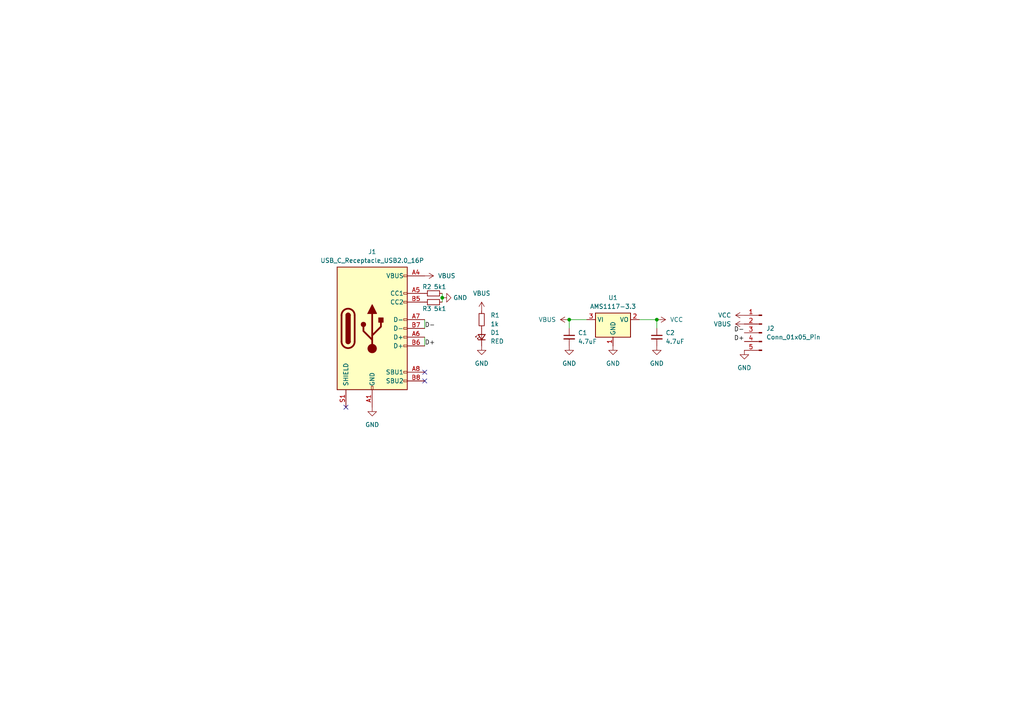
<source format=kicad_sch>
(kicad_sch (version 20230121) (generator eeschema)
  (paper "A4")
  (title_block (title "USBC-LDO-0010") (date "2024-02-11") (rev "1.0") (company "(c) Andriy Golovnya") (comment 1 "USB Type-C based board with LDO") (comment 2 "Designed in Germany"))
  (lib_symbols
    (symbol "Connector:Conn_01x05_Pin" (pin_names (offset 1.016) hide)
      (property "Reference" "J" (at 0 7.62 0))
      (property "Value" "Conn_01x05_Pin" (at 0 -7.62 0))
      (symbol "Conn_01x05_Pin_1_1"
        (polyline (pts (xy 1.27 -5.08) (xy 0.8636 -5.08)) (stroke (width 0.1524)))
        (polyline (pts (xy 1.27 -2.54) (xy 0.8636 -2.54)) (stroke (width 0.1524)))
        (polyline (pts (xy 1.27 0) (xy 0.8636 0)) (stroke (width 0.1524)))
        (polyline (pts (xy 1.27 2.54) (xy 0.8636 2.54)) (stroke (width 0.1524)))
        (polyline (pts (xy 1.27 5.08) (xy 0.8636 5.08)) (stroke (width 0.1524)))
        (rectangle (start 0.8636 -4.953) (end 0 -5.207) (stroke (width 0.1524)) (fill (type outline)))
        (rectangle (start 0.8636 -2.413) (end 0 -2.667) (stroke (width 0.1524)) (fill (type outline)))
        (rectangle (start 0.8636 0.127) (end 0 -0.127) (stroke (width 0.1524)) (fill (type outline)))
        (rectangle (start 0.8636 2.667) (end 0 2.413) (stroke (width 0.1524)) (fill (type outline)))
        (rectangle (start 0.8636 5.207) (end 0 4.953) (stroke (width 0.1524)) (fill (type outline)))
        (pin passive line (at 5.08 5.08 180) (length 3.81) (name "Pin_1") (number "1"))
        (pin passive line (at 5.08 2.54 180) (length 3.81) (name "Pin_2") (number "2"))
        (pin passive line (at 5.08 0 180) (length 3.81) (name "Pin_3") (number "3"))
        (pin passive line (at 5.08 -2.54 180) (length 3.81) (name "Pin_4") (number "4"))
        (pin passive line (at 5.08 -5.08 180) (length 3.81) (name "Pin_5") (number "5"))
      )
    )
    (symbol "Connector:USB_C_Receptacle_USB2.0_16P" (pin_names (offset 1.016))
      (property "Reference" "J" (at 0 22.225 0))
      (property "Value" "USB_C_Receptacle_USB2.0_16P" (at 0 19.685 0))
      (symbol "USB_C_Receptacle_USB2.0_16P_0_0"
        (rectangle (start -0.254 -17.78) (end 0.254 -16.764))
        (rectangle (start 10.16 -14.986) (end 9.144 -15.494))
        (rectangle (start 10.16 -12.446) (end 9.144 -12.954))
        (rectangle (start 10.16 -4.826) (end 9.144 -5.334))
        (rectangle (start 10.16 -2.286) (end 9.144 -2.794))
        (rectangle (start 10.16 0.254) (end 9.144 -0.254))
        (rectangle (start 10.16 2.794) (end 9.144 2.286))
        (rectangle (start 10.16 7.874) (end 9.144 7.366))
        (rectangle (start 10.16 10.414) (end 9.144 9.906))
        (rectangle (start 10.16 15.494) (end 9.144 14.986))
      )
      (symbol "USB_C_Receptacle_USB2.0_16P_0_1"
        (rectangle (start -10.16 17.78) (end 10.16 -17.78) (stroke (width 0.254)) (fill (type background)))
        (arc (start -8.89 -3.81) (mid -6.985 -5.7067) (end -5.08 -3.81) (stroke (width 0.508)))
        (arc (start -7.62 -3.81) (mid -6.985 -4.4423) (end -6.35 -3.81) (stroke (width 0.254)))
        (arc (start -7.62 -3.81) (mid -6.985 -4.4423) (end -6.35 -3.81) (stroke (width 0.254)) (fill (type outline)))
        (rectangle (start -7.62 -3.81) (end -6.35 3.81) (stroke (width 0.254)) (fill (type outline)))
        (arc (start -6.35 3.81) (mid -6.985 4.4423) (end -7.62 3.81) (stroke (width 0.254)))
        (arc (start -6.35 3.81) (mid -6.985 4.4423) (end -7.62 3.81) (stroke (width 0.254)) (fill (type outline)))
        (arc (start -5.08 3.81) (mid -6.985 5.7067) (end -8.89 3.81) (stroke (width 0.508)))
        (circle (center -2.54 1.143) (radius 0.635) (stroke (width 0.254)) (fill (type outline)))
        (circle (center 0 -5.842) (radius 1.27) (fill (type outline)))
        (polyline (pts (xy -8.89 -3.81) (xy -8.89 3.81)) (stroke (width 0.508)))
        (polyline (pts (xy -5.08 3.81) (xy -5.08 -3.81)) (stroke (width 0.508)))
        (polyline (pts (xy 0 -5.842) (xy 0 4.318)) (stroke (width 0.508)))
        (polyline (pts (xy 0 -3.302) (xy -2.54 -0.762) (xy -2.54 0.508)) (stroke (width 0.508)))
        (polyline (pts (xy 0 -2.032) (xy 2.54 0.508) (xy 2.54 1.778)) (stroke (width 0.508)))
        (polyline (pts (xy -1.27 4.318) (xy 0 6.858) (xy 1.27 4.318) (xy -1.27 4.318)) (stroke (width 0.254)) (fill (type outline)))
        (rectangle (start 1.905 1.778) (end 3.175 3.048) (stroke (width 0.254)) (fill (type outline)))
      )
      (symbol "USB_C_Receptacle_USB2.0_16P_1_1"
        (pin passive line (at 0 -22.86 90) (length 5.08) (name "GND") (number "A1"))
        (pin passive line (at 0 -22.86 90) (length 5.08) hide (name "GND") (number "A12"))
        (pin passive line (at 15.24 15.24 180) (length 5.08) (name "VBUS") (number "A4"))
        (pin bidirectional line (at 15.24 10.16 180) (length 5.08) (name "CC1") (number "A5"))
        (pin bidirectional line (at 15.24 -2.54 180) (length 5.08) (name "D+") (number "A6"))
        (pin bidirectional line (at 15.24 2.54 180) (length 5.08) (name "D-") (number "A7"))
        (pin bidirectional line (at 15.24 -12.7 180) (length 5.08) (name "SBU1") (number "A8"))
        (pin passive line (at 15.24 15.24 180) (length 5.08) hide (name "VBUS") (number "A9"))
        (pin passive line (at 0 -22.86 90) (length 5.08) hide (name "GND") (number "B1"))
        (pin passive line (at 0 -22.86 90) (length 5.08) hide (name "GND") (number "B12"))
        (pin passive line (at 15.24 15.24 180) (length 5.08) hide (name "VBUS") (number "B4"))
        (pin bidirectional line (at 15.24 7.62 180) (length 5.08) (name "CC2") (number "B5"))
        (pin bidirectional line (at 15.24 -5.08 180) (length 5.08) (name "D+") (number "B6"))
        (pin bidirectional line (at 15.24 0 180) (length 5.08) (name "D-") (number "B7"))
        (pin bidirectional line (at 15.24 -15.24 180) (length 5.08) (name "SBU2") (number "B8"))
        (pin passive line (at 15.24 15.24 180) (length 5.08) hide (name "VBUS") (number "B9"))
        (pin passive line (at -7.62 -22.86 90) (length 5.08) (name "SHIELD") (number "S1"))
      )
    )
    (symbol "Device:C_Small" (pin_numbers hide) (pin_names (offset 0.254) hide)
      (property "Reference" "C" (at 0.254 1.778 0))
      (property "Value" "C_Small" (at 0.254 -2.032 0))
      (symbol "C_Small_0_1"
        (polyline (pts (xy -1.524 -0.508) (xy 1.524 -0.508)) (stroke (width 0.3302)))
        (polyline (pts (xy -1.524 0.508) (xy 1.524 0.508)) (stroke (width 0.3048)))
      )
      (symbol "C_Small_1_1"
        (pin passive line (at 0 2.54 270) (length 2.032) (name "~") (number "1"))
        (pin passive line (at 0 -2.54 90) (length 2.032) (name "~") (number "2"))
      )
    )
    (symbol "Device:LED_Small" (pin_numbers hide) (pin_names (offset 0.254) hide)
      (property "Reference" "D" (at -1.27 3.175 0))
      (property "Value" "LED_Small" (at -4.445 -2.54 0))
      (symbol "LED_Small_0_1"
        (polyline (pts (xy -0.762 -1.016) (xy -0.762 1.016)) (stroke (width 0.254)))
        (polyline (pts (xy 1.016 0) (xy -0.762 0)))
        (polyline (pts (xy 0.762 -1.016) (xy -0.762 0) (xy 0.762 1.016) (xy 0.762 -1.016)) (stroke (width 0.254)))
        (polyline (pts (xy 0 0.762) (xy -0.508 1.27) (xy -0.254 1.27) (xy -0.508 1.27) (xy -0.508 1.016)))
        (polyline (pts (xy 0.508 1.27) (xy 0 1.778) (xy 0.254 1.778) (xy 0 1.778) (xy 0 1.524)))
      )
      (symbol "LED_Small_1_1"
        (pin passive line (at -2.54 0 0) (length 1.778) (name "K") (number "1"))
        (pin passive line (at 2.54 0 180) (length 1.778) (name "A") (number "2"))
      )
    )
    (symbol "Device:R_Small" (pin_numbers hide) (pin_names (offset 0.254) hide)
      (property "Reference" "R" (at 0.762 0.508 0))
      (property "Value" "R_Small" (at 0.762 -1.016 0))
      (symbol "R_Small_0_1"
        (rectangle (start -0.762 1.778) (end 0.762 -1.778) (stroke (width 0.2032)))
      )
      (symbol "R_Small_1_1"
        (pin passive line (at 0 2.54 270) (length 0.762) (name "~") (number "1"))
        (pin passive line (at 0 -2.54 90) (length 0.762) (name "~") (number "2"))
      )
    )
    (symbol "Regulator_Linear:AMS1117-3.3"
      (property "Reference" "U" (at -3.81 3.175 0))
      (property "Value" "AMS1117-3.3" (at 0 3.175 0))
      (symbol "AMS1117-3.3_0_1"
        (rectangle (start -5.08 -5.08) (end 5.08 1.905) (stroke (width 0.254)) (fill (type background)))
      )
      (symbol "AMS1117-3.3_1_1"
        (pin power_in line (at 0 -7.62 90) (length 2.54) (name "GND") (number "1"))
        (pin power_out line (at 7.62 0 180) (length 2.54) (name "VO") (number "2"))
        (pin power_in line (at -7.62 0 0) (length 2.54) (name "VI") (number "3"))
      )
    )
    (symbol "power:GND" (power) (pin_names (offset 0))
      (property "Value" "GND" (at 0 -3.81 0))
      (symbol "GND_0_1"
        (polyline (pts (xy 0 0) (xy 0 -1.27) (xy 1.27 -1.27) (xy 0 -2.54) (xy -1.27 -1.27) (xy 0 -1.27)))
      )
      (symbol "GND_1_1"
        (pin power_in line (at 0 0 270) (length 0) hide (name "GND") (number "1"))
      )
    )
    (symbol "power:VBUS" (power) (pin_names (offset 0))
      (property "Value" "VBUS" (at 0 3.81 0))
      (symbol "VBUS_0_1"
        (polyline (pts (xy -0.762 1.27) (xy 0 2.54)))
        (polyline (pts (xy 0 0) (xy 0 2.54)))
        (polyline (pts (xy 0 2.54) (xy 0.762 1.27)))
      )
      (symbol "VBUS_1_1"
        (pin power_in line (at 0 0 90) (length 0) hide (name "VBUS") (number "1"))
      )
    )
    (symbol "power:VCC" (power) (pin_names (offset 0))
      (property "Value" "VCC" (at 0 3.81 0))
      (symbol "VCC_0_1"
        (polyline (pts (xy -0.762 1.27) (xy 0 2.54)))
        (polyline (pts (xy 0 0) (xy 0 2.54)))
        (polyline (pts (xy 0 2.54) (xy 0.762 1.27)))
      )
      (symbol "VCC_1_1"
        (pin power_in line (at 0 0 90) (length 0) hide (name "VCC") (number "1"))
      )
    )
  )
  (junction (at 128.27 86.36))
  (junction (at 190.5 92.71))
  (junction (at 165.1 92.71))
  (no_connect (at 100.33 118.11))
  (no_connect (at 123.19 110.49))
  (no_connect (at 123.19 107.95))
  (wire (pts (xy 165.1 92.71) (xy 170.18 92.71)))
  (wire (pts (xy 190.5 92.71) (xy 185.42 92.71)))
  (wire (pts (xy 128.27 85.09) (xy 128.27 86.36)))
  (wire (pts (xy 128.27 86.36) (xy 128.27 87.63)))
  (wire (pts (xy 190.5 95.25) (xy 190.5 92.71)))
  (wire (pts (xy 123.19 95.25) (xy 123.19 92.71)))
  (wire (pts (xy 123.19 100.33) (xy 123.19 97.79)))
  (wire (pts (xy 165.1 95.25) (xy 165.1 92.71)))
  (label "D+" (at 215.9 99.06 180))
  (label "D-" (at 215.9 96.52 180))
  (label "D+" (at 123.19 100.33 0))
  (label "D-" (at 123.19 95.25 0))
  (symbol (lib_id "power:GND") (at 165.1 100.33 0) (unit 1)
    (property "Reference" "#PWR06" (effects hide))
    (property "Value" "GND" (at 165.1 105.41 0))
  )
  (symbol (lib_id "power:VCC") (at 190.5 92.71 270) (unit 1)
    (property "Reference" "#PWR04" (effects hide))
    (property "Value" "VCC" (at 194.31 92.71 90) (effects (justify left)))
  )
  (symbol (lib_id "power:GND") (at 139.7 100.33 0) (unit 1)
    (property "Reference" "#PWR09" (effects hide))
    (property "Value" "GND" (at 139.7 105.41 0))
  )
  (symbol (lib_id "Device:C_Small") (at 190.5 97.79 0) (unit 1)
    (property "Reference" "C2" (at 193.04 96.5263 0) (effects (justify left)))
    (property "Value" "4.7uF" (at 193.04 99.0663 0) (effects (justify left)))
    (property "Footprint" "Capacitor_SMD:C_0805_2012Metric" (effects hide))
  )
  (symbol (lib_id "power:GND") (at 107.95 118.11 0) (unit 1)
    (property "Reference" "#PWR02" (effects hide))
    (property "Value" "GND" (at 107.95 123.19 0))
  )
  (symbol (lib_id "power:GND") (at 177.8 100.33 0) (unit 1)
    (property "Reference" "#PWR03" (effects hide))
    (property "Value" "GND" (at 177.8 105.41 0))
  )
  (symbol (lib_id "power:VBUS") (at 123.19 80.01 270) (unit 1)
    (property "Reference" "#PWR05" (effects hide))
    (property "Value" "VBUS" (at 127 80.01 90) (effects (justify left)))
  )
  (symbol (lib_id "Regulator_Linear:AMS1117-3.3") (at 177.8 92.71 0) (unit 1)
    (property "Reference" "U1" (at 177.8 86.36 0))
    (property "Value" "AMS1117-3.3" (at 177.8 88.9 0))
    (property "Footprint" "Package_TO_SOT_SMD:SOT-223-3_TabPin2" (effects hide))
    (property "Datasheet" "http://www.advanced-monolithic.com/pdf/ds1117.pdf" (effects hide))
  )
  (symbol (lib_id "Connector:Conn_01x05_Pin") (at 220.98 96.52 0) (mirror y) (unit 1)
    (property "Reference" "J2" (at 222.25 95.25 0) (effects (justify right)))
    (property "Value" "Conn_01x05_Pin" (at 222.25 97.79 0) (effects (justify right)))
    (property "Footprint" "Connector_PinHeader_2.54mm:PinHeader_1x05_P2.54mm_Vertical" (effects hide))
  )
  (symbol (lib_id "Device:R_Small") (at 125.73 85.09 90) (unit 1)
    (property "Reference" "R2" (at 123.825 83.185 90))
    (property "Value" "5k1" (at 127.635 83.185 90))
    (property "Footprint" "Resistor_SMD:R_0402_1005Metric" (effects hide))
  )
  (symbol (lib_id "power:GND") (at 128.27 86.36 90) (unit 1)
    (property "Reference" "#PWR013" (effects hide))
    (property "Value" "GND" (at 131.445 86.36 90) (effects (justify right)))
  )
  (symbol (lib_id "Device:LED_Small") (at 139.7 97.79 90) (unit 1)
    (property "Reference" "D1" (at 142.24 96.4565 90) (effects (justify right)))
    (property "Value" "RED" (at 142.24 98.9965 90) (effects (justify right)))
    (property "Footprint" "LED_SMD:LED_0603_1608Metric" (effects hide))
  )
  (symbol (lib_id "Connector:USB_C_Receptacle_USB2.0_16P") (at 107.95 95.25 0) (unit 1)
    (property "Reference" "J1" (at 107.95 73.025 0))
    (property "Value" "USB_C_Receptacle_USB2.0_16P" (at 107.95 75.565 0))
    (property "Footprint" "Connector_USB:USB_C_Receptacle_HRO_TYPE-C-31-M-12" (effects hide))
    (property "Datasheet" "https://www.usb.org/sites/default/files/documents/usb_type-c.zip" (effects hide))
  )
  (symbol (lib_id "Device:R_Small") (at 125.73 87.63 90) (unit 1)
    (property "Reference" "R3" (at 123.825 89.535 90))
    (property "Value" "5k1" (at 127.635 89.535 90))
    (property "Footprint" "Resistor_SMD:R_0402_1005Metric" (effects hide))
  )
  (symbol (lib_id "power:VBUS") (at 165.1 92.71 90) (unit 1)
    (property "Reference" "#PWR01" (effects hide))
    (property "Value" "VBUS" (at 161.29 92.71 90) (effects (justify left)))
  )
  (symbol (lib_id "power:VBUS") (at 215.9 93.98 90) (unit 1)
    (property "Reference" "#PWR011" (effects hide))
    (property "Value" "VBUS" (at 212.09 93.98 90) (effects (justify left)))
  )
  (symbol (lib_id "Device:C_Small") (at 165.1 97.79 0) (unit 1)
    (property "Reference" "C1" (at 167.64 96.5263 0) (effects (justify left)))
    (property "Value" "4.7uF" (at 167.64 99.0663 0) (effects (justify left)))
    (property "Footprint" "Capacitor_SMD:C_0805_2012Metric" (effects hide))
  )
  (symbol (lib_id "power:GND") (at 190.5 100.33 0) (unit 1)
    (property "Reference" "#PWR07" (effects hide))
    (property "Value" "GND" (at 190.5 105.41 0))
  )
  (symbol (lib_id "power:VBUS") (at 139.7 90.17 0) (unit 1)
    (property "Reference" "#PWR08" (effects hide))
    (property "Value" "VBUS" (at 139.7 85.09 0))
  )
  (symbol (lib_id "Device:R_Small") (at 139.7 92.71 0) (unit 1)
    (property "Reference" "R1" (at 142.24 91.44 0) (effects (justify left)))
    (property "Value" "1k" (at 142.24 93.98 0) (effects (justify left)))
    (property "Footprint" "Resistor_SMD:R_0402_1005Metric" (effects hide))
  )
  (symbol (lib_id "power:GND") (at 215.9 101.6 0) (unit 1)
    (property "Reference" "#PWR010" (effects hide))
    (property "Value" "GND" (at 215.9 106.68 0))
  )
  (symbol (lib_id "power:VCC") (at 215.9 91.44 90) (unit 1)
    (property "Reference" "#PWR012" (effects hide))
    (property "Value" "VCC" (at 212.09 91.44 90) (effects (justify left)))
  )
)
</source>
